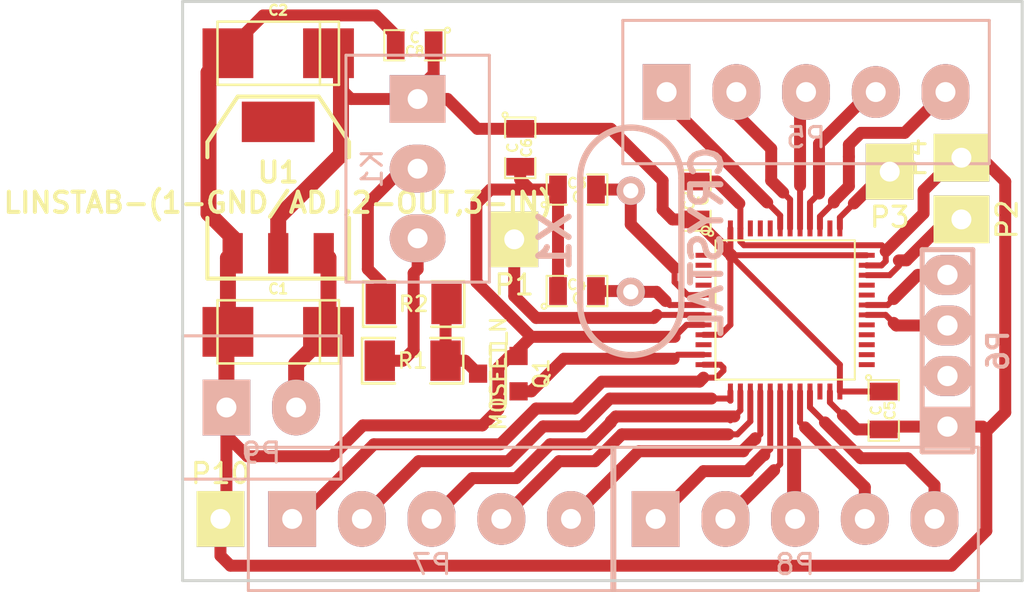
<source format=kicad_pcb>
(kicad_pcb (version 3) (host pcbnew "(2013-may-18)-stable")

  (general
    (links 58)
    (no_connects 0)
    (area 0 0 0 0)
    (thickness 1.6)
    (drawings 5)
    (tracks 277)
    (zones 0)
    (modules 25)
    (nets 30)
  )

  (page A3)
  (layers
    (15 F.Cu signal)
    (0 B.Cu signal)
    (16 B.Adhes user)
    (17 F.Adhes user)
    (18 B.Paste user)
    (19 F.Paste user)
    (20 B.SilkS user)
    (21 F.SilkS user)
    (22 B.Mask user)
    (23 F.Mask user)
    (24 Dwgs.User user)
    (25 Cmts.User user)
    (26 Eco1.User user)
    (27 Eco2.User user)
    (28 Edge.Cuts user)
  )

  (setup
    (last_trace_width 0.3)
    (trace_clearance 0.19)
    (zone_clearance 0.2)
    (zone_45_only no)
    (trace_min 0.254)
    (segment_width 0.2)
    (edge_width 0.15)
    (via_size 0.889)
    (via_drill 0.635)
    (via_min_size 0.889)
    (via_min_drill 0.508)
    (uvia_size 0.508)
    (uvia_drill 0.127)
    (uvias_allowed no)
    (uvia_min_size 0.508)
    (uvia_min_drill 0.127)
    (pcb_text_width 0.3)
    (pcb_text_size 1 1)
    (mod_edge_width 0.15)
    (mod_text_size 1 1)
    (mod_text_width 0.15)
    (pad_size 1 1)
    (pad_drill 0.6)
    (pad_to_mask_clearance 0)
    (aux_axis_origin 0 0)
    (visible_elements FFFFFFBF)
    (pcbplotparams
      (layerselection 3178497)
      (usegerberextensions true)
      (excludeedgelayer true)
      (linewidth 0.150000)
      (plotframeref false)
      (viasonmask false)
      (mode 1)
      (useauxorigin false)
      (hpglpennumber 1)
      (hpglpenspeed 20)
      (hpglpendiameter 15)
      (hpglpenoverlay 2)
      (psnegative false)
      (psa4output false)
      (plotreference true)
      (plotvalue true)
      (plotothertext true)
      (plotinvisibletext false)
      (padsonsilk false)
      (subtractmaskfromsilk false)
      (outputformat 1)
      (mirror false)
      (drillshape 1)
      (scaleselection 1)
      (outputdirectory ""))
  )

  (net 0 "")
  (net 1 +3.3V)
  (net 2 +BATT)
  (net 3 GND)
  (net 4 N-000001)
  (net 5 N-0000010)
  (net 6 N-0000013)
  (net 7 N-0000014)
  (net 8 N-0000015)
  (net 9 N-0000016)
  (net 10 N-0000017)
  (net 11 N-0000018)
  (net 12 N-0000019)
  (net 13 N-000002)
  (net 14 N-0000020)
  (net 15 N-0000021)
  (net 16 N-0000022)
  (net 17 N-0000023)
  (net 18 N-0000024)
  (net 19 N-0000026)
  (net 20 N-0000027)
  (net 21 N-0000028)
  (net 22 N-000003)
  (net 23 N-0000036)
  (net 24 N-0000037)
  (net 25 N-000004)
  (net 26 N-000005)
  (net 27 N-000006)
  (net 28 N-000007)
  (net 29 N-000008)

  (net_class Default "This is the default net class."
    (clearance 0.19)
    (trace_width 0.3)
    (via_dia 0.889)
    (via_drill 0.635)
    (uvia_dia 0.508)
    (uvia_drill 0.127)
    (add_net "")
    (add_net +3.3V)
    (add_net +BATT)
    (add_net GND)
    (add_net N-000001)
    (add_net N-0000010)
    (add_net N-0000013)
    (add_net N-0000014)
    (add_net N-0000015)
    (add_net N-0000016)
    (add_net N-0000017)
    (add_net N-0000018)
    (add_net N-0000019)
    (add_net N-000002)
    (add_net N-0000020)
    (add_net N-0000021)
    (add_net N-0000022)
    (add_net N-0000023)
    (add_net N-0000024)
    (add_net N-0000026)
    (add_net N-0000027)
    (add_net N-0000028)
    (add_net N-000003)
    (add_net N-0000036)
    (add_net N-0000037)
    (add_net N-000004)
    (add_net N-000005)
    (add_net N-000006)
    (add_net N-000007)
    (add_net N-000008)
  )

  (module SOT23GDS (layer F.Cu) (tedit 50911E03) (tstamp 54F18C66)
    (at 79.85 53.45 270)
    (descr "Module CMS SOT23 Transistore EBC")
    (tags "CMS SOT")
    (path /54EB5895)
    (attr smd)
    (fp_text reference Q1 (at 0 -2.159 270) (layer F.SilkS)
      (effects (font (size 0.762 0.762) (thickness 0.12954)))
    )
    (fp_text value MOSFET_N (at 0 0 270) (layer F.SilkS)
      (effects (font (size 0.762 0.762) (thickness 0.12954)))
    )
    (fp_line (start -1.524 -0.381) (end 1.524 -0.381) (layer F.SilkS) (width 0.11938))
    (fp_line (start 1.524 -0.381) (end 1.524 0.381) (layer F.SilkS) (width 0.11938))
    (fp_line (start 1.524 0.381) (end -1.524 0.381) (layer F.SilkS) (width 0.11938))
    (fp_line (start -1.524 0.381) (end -1.524 -0.381) (layer F.SilkS) (width 0.11938))
    (pad S smd rect (at -0.889 -1.016 270) (size 0.9144 0.9144)
      (layers F.Cu F.Paste F.Mask)
      (net 3 GND)
    )
    (pad G smd rect (at 0.889 -1.016 270) (size 0.9144 0.9144)
      (layers F.Cu F.Paste F.Mask)
      (net 25 N-000004)
    )
    (pad D smd rect (at 0 1.016 270) (size 0.9144 0.9144)
      (layers F.Cu F.Paste F.Mask)
      (net 4 N-000001)
    )
    (model smd/cms_sot23.wrl
      (at (xyz 0 0 0))
      (scale (xyz 0.13 0.15 0.15))
      (rotate (xyz 0 0 0))
    )
  )

  (module SOT223 (layer F.Cu) (tedit 200000) (tstamp 54F18C76)
    (at 68.8 44.1)
    (descr "module CMS SOT223 4 pins")
    (tags "CMS SOT")
    (path /54EB551D)
    (attr smd)
    (fp_text reference U1 (at 0 -0.762) (layer F.SilkS)
      (effects (font (size 1.016 1.016) (thickness 0.2032)))
    )
    (fp_text value "LINSTAB-(1-GND/ADJ,2-OUT,3-IN)" (at 0 0.762) (layer F.SilkS)
      (effects (font (size 1.016 1.016) (thickness 0.2032)))
    )
    (fp_line (start -3.556 1.524) (end -3.556 4.572) (layer F.SilkS) (width 0.2032))
    (fp_line (start -3.556 4.572) (end 3.556 4.572) (layer F.SilkS) (width 0.2032))
    (fp_line (start 3.556 4.572) (end 3.556 1.524) (layer F.SilkS) (width 0.2032))
    (fp_line (start -3.556 -1.524) (end -3.556 -2.286) (layer F.SilkS) (width 0.2032))
    (fp_line (start -3.556 -2.286) (end -2.032 -4.572) (layer F.SilkS) (width 0.2032))
    (fp_line (start -2.032 -4.572) (end 2.032 -4.572) (layer F.SilkS) (width 0.2032))
    (fp_line (start 2.032 -4.572) (end 3.556 -2.286) (layer F.SilkS) (width 0.2032))
    (fp_line (start 3.556 -2.286) (end 3.556 -1.524) (layer F.SilkS) (width 0.2032))
    (pad 4 smd rect (at 0 -3.302) (size 3.6576 2.032)
      (layers F.Cu F.Paste F.Mask)
    )
    (pad 2 smd rect (at 0 3.302) (size 1.016 2.032)
      (layers F.Cu F.Paste F.Mask)
      (net 1 +3.3V)
    )
    (pad 3 smd rect (at 2.286 3.302) (size 1.016 2.032)
      (layers F.Cu F.Paste F.Mask)
      (net 2 +BATT)
    )
    (pad 1 smd rect (at -2.286 3.302) (size 1.016 2.032)
      (layers F.Cu F.Paste F.Mask)
      (net 3 GND)
    )
    (model smd/SOT223.wrl
      (at (xyz 0 0 0))
      (scale (xyz 0.4 0.4 0.4))
      (rotate (xyz 0 0 0))
    )
  )

  (module SM1206 (layer F.Cu) (tedit 42806E24) (tstamp 54F18C82)
    (at 75.55 52.8)
    (path /54EB59D6)
    (attr smd)
    (fp_text reference R1 (at 0 0) (layer F.SilkS)
      (effects (font (size 0.762 0.762) (thickness 0.127)))
    )
    (fp_text value R (at 0 0) (layer F.SilkS) hide
      (effects (font (size 0.762 0.762) (thickness 0.127)))
    )
    (fp_line (start -2.54 -1.143) (end -2.54 1.143) (layer F.SilkS) (width 0.127))
    (fp_line (start -2.54 1.143) (end -0.889 1.143) (layer F.SilkS) (width 0.127))
    (fp_line (start 0.889 -1.143) (end 2.54 -1.143) (layer F.SilkS) (width 0.127))
    (fp_line (start 2.54 -1.143) (end 2.54 1.143) (layer F.SilkS) (width 0.127))
    (fp_line (start 2.54 1.143) (end 0.889 1.143) (layer F.SilkS) (width 0.127))
    (fp_line (start -0.889 -1.143) (end -2.54 -1.143) (layer F.SilkS) (width 0.127))
    (pad 1 smd rect (at -1.651 0) (size 1.524 2.032)
      (layers F.Cu F.Paste F.Mask)
      (net 22 N-000003)
    )
    (pad 2 smd rect (at 1.651 0) (size 1.524 2.032)
      (layers F.Cu F.Paste F.Mask)
      (net 4 N-000001)
    )
    (model smd/chip_cms.wrl
      (at (xyz 0 0 0))
      (scale (xyz 0.17 0.16 0.16))
      (rotate (xyz 0 0 0))
    )
  )

  (module SM1206 (layer F.Cu) (tedit 42806E24) (tstamp 54F18C8E)
    (at 75.6 49.95)
    (path /54EB58B3)
    (attr smd)
    (fp_text reference R2 (at 0 0) (layer F.SilkS)
      (effects (font (size 0.762 0.762) (thickness 0.127)))
    )
    (fp_text value R (at 0 0) (layer F.SilkS) hide
      (effects (font (size 0.762 0.762) (thickness 0.127)))
    )
    (fp_line (start -2.54 -1.143) (end -2.54 1.143) (layer F.SilkS) (width 0.127))
    (fp_line (start -2.54 1.143) (end -0.889 1.143) (layer F.SilkS) (width 0.127))
    (fp_line (start 0.889 -1.143) (end 2.54 -1.143) (layer F.SilkS) (width 0.127))
    (fp_line (start 2.54 -1.143) (end 2.54 1.143) (layer F.SilkS) (width 0.127))
    (fp_line (start 2.54 1.143) (end 0.889 1.143) (layer F.SilkS) (width 0.127))
    (fp_line (start -0.889 -1.143) (end -2.54 -1.143) (layer F.SilkS) (width 0.127))
    (pad 1 smd rect (at -1.651 0) (size 1.524 2.032)
      (layers F.Cu F.Paste F.Mask)
      (net 13 N-000002)
    )
    (pad 2 smd rect (at 1.651 0) (size 1.524 2.032)
      (layers F.Cu F.Paste F.Mask)
      (net 4 N-000001)
    )
    (model smd/chip_cms.wrl
      (at (xyz 0 0 0))
      (scale (xyz 0.17 0.16 0.16))
      (rotate (xyz 0 0 0))
    )
  )

  (module SM0805 (layer F.Cu) (tedit 5091495C) (tstamp 54F18C9B)
    (at 83.8 44.2)
    (path /54EB51A4)
    (attr smd)
    (fp_text reference C3 (at 0 -0.3175) (layer F.SilkS)
      (effects (font (size 0.50038 0.50038) (thickness 0.10922)))
    )
    (fp_text value C (at 0 0.381) (layer F.SilkS)
      (effects (font (size 0.50038 0.50038) (thickness 0.10922)))
    )
    (fp_circle (center -1.651 0.762) (end -1.651 0.635) (layer F.SilkS) (width 0.09906))
    (fp_line (start -0.508 0.762) (end -1.524 0.762) (layer F.SilkS) (width 0.09906))
    (fp_line (start -1.524 0.762) (end -1.524 -0.762) (layer F.SilkS) (width 0.09906))
    (fp_line (start -1.524 -0.762) (end -0.508 -0.762) (layer F.SilkS) (width 0.09906))
    (fp_line (start 0.508 -0.762) (end 1.524 -0.762) (layer F.SilkS) (width 0.09906))
    (fp_line (start 1.524 -0.762) (end 1.524 0.762) (layer F.SilkS) (width 0.09906))
    (fp_line (start 1.524 0.762) (end 0.508 0.762) (layer F.SilkS) (width 0.09906))
    (pad 1 smd rect (at -0.9525 0) (size 0.889 1.397)
      (layers F.Cu F.Paste F.Mask)
      (net 3 GND)
    )
    (pad 2 smd rect (at 0.9525 0) (size 0.889 1.397)
      (layers F.Cu F.Paste F.Mask)
      (net 24 N-0000037)
    )
    (model smd/chip_cms.wrl
      (at (xyz 0 0 0))
      (scale (xyz 0.1 0.1 0.1))
      (rotate (xyz 0 0 0))
    )
  )

  (module SM0805 (layer F.Cu) (tedit 5091495C) (tstamp 54F18CA8)
    (at 83.8 49.3)
    (path /54EB51F7)
    (attr smd)
    (fp_text reference C4 (at 0 -0.3175) (layer F.SilkS)
      (effects (font (size 0.50038 0.50038) (thickness 0.10922)))
    )
    (fp_text value C (at 0 0.381) (layer F.SilkS)
      (effects (font (size 0.50038 0.50038) (thickness 0.10922)))
    )
    (fp_circle (center -1.651 0.762) (end -1.651 0.635) (layer F.SilkS) (width 0.09906))
    (fp_line (start -0.508 0.762) (end -1.524 0.762) (layer F.SilkS) (width 0.09906))
    (fp_line (start -1.524 0.762) (end -1.524 -0.762) (layer F.SilkS) (width 0.09906))
    (fp_line (start -1.524 -0.762) (end -0.508 -0.762) (layer F.SilkS) (width 0.09906))
    (fp_line (start 0.508 -0.762) (end 1.524 -0.762) (layer F.SilkS) (width 0.09906))
    (fp_line (start 1.524 -0.762) (end 1.524 0.762) (layer F.SilkS) (width 0.09906))
    (fp_line (start 1.524 0.762) (end 0.508 0.762) (layer F.SilkS) (width 0.09906))
    (pad 1 smd rect (at -0.9525 0) (size 0.889 1.397)
      (layers F.Cu F.Paste F.Mask)
      (net 3 GND)
    )
    (pad 2 smd rect (at 0.9525 0) (size 0.889 1.397)
      (layers F.Cu F.Paste F.Mask)
      (net 23 N-0000036)
    )
    (model smd/chip_cms.wrl
      (at (xyz 0 0 0))
      (scale (xyz 0.1 0.1 0.1))
      (rotate (xyz 0 0 0))
    )
  )

  (module SM0805 (layer F.Cu) (tedit 5091495C) (tstamp 54F18CB5)
    (at 99.2 55.3 270)
    (path /54EB5256)
    (attr smd)
    (fp_text reference C5 (at 0 -0.3175 270) (layer F.SilkS)
      (effects (font (size 0.50038 0.50038) (thickness 0.10922)))
    )
    (fp_text value C (at 0 0.381 270) (layer F.SilkS)
      (effects (font (size 0.50038 0.50038) (thickness 0.10922)))
    )
    (fp_circle (center -1.651 0.762) (end -1.651 0.635) (layer F.SilkS) (width 0.09906))
    (fp_line (start -0.508 0.762) (end -1.524 0.762) (layer F.SilkS) (width 0.09906))
    (fp_line (start -1.524 0.762) (end -1.524 -0.762) (layer F.SilkS) (width 0.09906))
    (fp_line (start -1.524 -0.762) (end -0.508 -0.762) (layer F.SilkS) (width 0.09906))
    (fp_line (start 0.508 -0.762) (end 1.524 -0.762) (layer F.SilkS) (width 0.09906))
    (fp_line (start 1.524 -0.762) (end 1.524 0.762) (layer F.SilkS) (width 0.09906))
    (fp_line (start 1.524 0.762) (end 0.508 0.762) (layer F.SilkS) (width 0.09906))
    (pad 1 smd rect (at -0.9525 0 270) (size 0.889 1.397)
      (layers F.Cu F.Paste F.Mask)
      (net 1 +3.3V)
    )
    (pad 2 smd rect (at 0.9525 0 270) (size 0.889 1.397)
      (layers F.Cu F.Paste F.Mask)
      (net 3 GND)
    )
    (model smd/chip_cms.wrl
      (at (xyz 0 0 0))
      (scale (xyz 0.1 0.1 0.1))
      (rotate (xyz 0 0 0))
    )
  )

  (module SM0805 (layer F.Cu) (tedit 5091495C) (tstamp 54F18CC2)
    (at 80.95 42.1 270)
    (path /54EB526F)
    (attr smd)
    (fp_text reference C6 (at 0 -0.3175 270) (layer F.SilkS)
      (effects (font (size 0.50038 0.50038) (thickness 0.10922)))
    )
    (fp_text value C (at 0 0.381 270) (layer F.SilkS)
      (effects (font (size 0.50038 0.50038) (thickness 0.10922)))
    )
    (fp_circle (center -1.651 0.762) (end -1.651 0.635) (layer F.SilkS) (width 0.09906))
    (fp_line (start -0.508 0.762) (end -1.524 0.762) (layer F.SilkS) (width 0.09906))
    (fp_line (start -1.524 0.762) (end -1.524 -0.762) (layer F.SilkS) (width 0.09906))
    (fp_line (start -1.524 -0.762) (end -0.508 -0.762) (layer F.SilkS) (width 0.09906))
    (fp_line (start 0.508 -0.762) (end 1.524 -0.762) (layer F.SilkS) (width 0.09906))
    (fp_line (start 1.524 -0.762) (end 1.524 0.762) (layer F.SilkS) (width 0.09906))
    (fp_line (start 1.524 0.762) (end 0.508 0.762) (layer F.SilkS) (width 0.09906))
    (pad 1 smd rect (at -0.9525 0 270) (size 0.889 1.397)
      (layers F.Cu F.Paste F.Mask)
      (net 1 +3.3V)
    )
    (pad 2 smd rect (at 0.9525 0 270) (size 0.889 1.397)
      (layers F.Cu F.Paste F.Mask)
      (net 3 GND)
    )
    (model smd/chip_cms.wrl
      (at (xyz 0 0 0))
      (scale (xyz 0.1 0.1 0.1))
      (rotate (xyz 0 0 0))
    )
  )

  (module SM0805 (layer F.Cu) (tedit 5091495C) (tstamp 54F18CCF)
    (at 89.75 44.75 90)
    (path /54EB527E)
    (attr smd)
    (fp_text reference C7 (at 0 -0.3175 90) (layer F.SilkS)
      (effects (font (size 0.50038 0.50038) (thickness 0.10922)))
    )
    (fp_text value C (at 0 0.381 90) (layer F.SilkS)
      (effects (font (size 0.50038 0.50038) (thickness 0.10922)))
    )
    (fp_circle (center -1.651 0.762) (end -1.651 0.635) (layer F.SilkS) (width 0.09906))
    (fp_line (start -0.508 0.762) (end -1.524 0.762) (layer F.SilkS) (width 0.09906))
    (fp_line (start -1.524 0.762) (end -1.524 -0.762) (layer F.SilkS) (width 0.09906))
    (fp_line (start -1.524 -0.762) (end -0.508 -0.762) (layer F.SilkS) (width 0.09906))
    (fp_line (start 0.508 -0.762) (end 1.524 -0.762) (layer F.SilkS) (width 0.09906))
    (fp_line (start 1.524 -0.762) (end 1.524 0.762) (layer F.SilkS) (width 0.09906))
    (fp_line (start 1.524 0.762) (end 0.508 0.762) (layer F.SilkS) (width 0.09906))
    (pad 1 smd rect (at -0.9525 0 90) (size 0.889 1.397)
      (layers F.Cu F.Paste F.Mask)
      (net 1 +3.3V)
    )
    (pad 2 smd rect (at 0.9525 0 90) (size 0.889 1.397)
      (layers F.Cu F.Paste F.Mask)
      (net 3 GND)
    )
    (model smd/chip_cms.wrl
      (at (xyz 0 0 0))
      (scale (xyz 0.1 0.1 0.1))
      (rotate (xyz 0 0 0))
    )
  )

  (module SM0805 (layer F.Cu) (tedit 5091495C) (tstamp 54F18CDC)
    (at 75.65 36.95 180)
    (path /54EB528D)
    (attr smd)
    (fp_text reference C8 (at 0 -0.3175 180) (layer F.SilkS)
      (effects (font (size 0.50038 0.50038) (thickness 0.10922)))
    )
    (fp_text value C (at 0 0.381 180) (layer F.SilkS)
      (effects (font (size 0.50038 0.50038) (thickness 0.10922)))
    )
    (fp_circle (center -1.651 0.762) (end -1.651 0.635) (layer F.SilkS) (width 0.09906))
    (fp_line (start -0.508 0.762) (end -1.524 0.762) (layer F.SilkS) (width 0.09906))
    (fp_line (start -1.524 0.762) (end -1.524 -0.762) (layer F.SilkS) (width 0.09906))
    (fp_line (start -1.524 -0.762) (end -0.508 -0.762) (layer F.SilkS) (width 0.09906))
    (fp_line (start 0.508 -0.762) (end 1.524 -0.762) (layer F.SilkS) (width 0.09906))
    (fp_line (start 1.524 -0.762) (end 1.524 0.762) (layer F.SilkS) (width 0.09906))
    (fp_line (start 1.524 0.762) (end 0.508 0.762) (layer F.SilkS) (width 0.09906))
    (pad 1 smd rect (at -0.9525 0 180) (size 0.889 1.397)
      (layers F.Cu F.Paste F.Mask)
      (net 1 +3.3V)
    )
    (pad 2 smd rect (at 0.9525 0 180) (size 0.889 1.397)
      (layers F.Cu F.Paste F.Mask)
      (net 3 GND)
    )
    (model smd/chip_cms.wrl
      (at (xyz 0 0 0))
      (scale (xyz 0.1 0.1 0.1))
      (rotate (xyz 0 0 0))
    )
  )

  (module PIN_ARRAY_LARGE_PADS_3.5mm_5 (layer B.Cu) (tedit 54F0BDC8) (tstamp 54F18CE9)
    (at 94.75 60.75)
    (descr "Pin array 5x1 large pads")
    (tags "CONN DEV LARGE_PADS")
    (path /54F18395)
    (fp_text reference P8 (at 0 2.286) (layer B.SilkS)
      (effects (font (size 1.016 1.016) (thickness 0.1524)) (justify mirror))
    )
    (fp_text value CONN_5 (at 0 -2.286) (layer B.SilkS) hide
      (effects (font (size 1.016 1.016) (thickness 0.1524)) (justify mirror))
    )
    (fp_line (start -9.2 -3.6) (end -9.2 3.6) (layer B.SilkS) (width 0.15))
    (fp_line (start -9.2 3.6) (end 9.2 3.6) (layer B.SilkS) (width 0.15))
    (fp_line (start 9.2 3.6) (end 9.2 -3.6) (layer B.SilkS) (width 0.15))
    (fp_line (start 9.2 -3.6) (end -9.2 -3.6) (layer B.SilkS) (width 0.15))
    (pad 1 thru_hole rect (at -7 0) (size 2.4 2.8) (drill 1)
      (layers *.Cu *.Mask B.SilkS)
      (net 14 N-0000020)
    )
    (pad 2 thru_hole oval (at -3.5 0) (size 2.4 2.8) (drill 1)
      (layers *.Cu *.Mask B.SilkS)
      (net 12 N-0000019)
    )
    (pad 3 thru_hole oval (at 0 0) (size 2.4 2.8) (drill 1)
      (layers *.Cu *.Mask B.SilkS)
      (net 10 N-0000017)
    )
    (pad 4 thru_hole oval (at 3.5 0) (size 2.4 2.6) (drill 1)
      (layers *.Cu *.Mask B.SilkS)
      (net 21 N-0000028)
    )
    (pad 5 thru_hole oval (at 7 0) (size 2.4 2.8) (drill 1)
      (layers *.Cu *.Mask B.SilkS)
      (net 11 N-0000018)
    )
  )

  (module PIN_ARRAY_LARGE_PADS_3.5mm_5 (layer B.Cu) (tedit 54F0BDC8) (tstamp 54F18CF6)
    (at 76.5 60.75)
    (descr "Pin array 5x1 large pads")
    (tags "CONN DEV LARGE_PADS")
    (path /54F18386)
    (fp_text reference P7 (at 0 2.286) (layer B.SilkS)
      (effects (font (size 1.016 1.016) (thickness 0.1524)) (justify mirror))
    )
    (fp_text value CONN_5 (at 0 -2.286) (layer B.SilkS) hide
      (effects (font (size 1.016 1.016) (thickness 0.1524)) (justify mirror))
    )
    (fp_line (start -9.2 -3.6) (end -9.2 3.6) (layer B.SilkS) (width 0.15))
    (fp_line (start -9.2 3.6) (end 9.2 3.6) (layer B.SilkS) (width 0.15))
    (fp_line (start 9.2 3.6) (end 9.2 -3.6) (layer B.SilkS) (width 0.15))
    (fp_line (start 9.2 -3.6) (end -9.2 -3.6) (layer B.SilkS) (width 0.15))
    (pad 1 thru_hole rect (at -7 0) (size 2.4 2.8) (drill 1)
      (layers *.Cu *.Mask B.SilkS)
      (net 18 N-0000024)
    )
    (pad 2 thru_hole oval (at -3.5 0) (size 2.4 2.8) (drill 1)
      (layers *.Cu *.Mask B.SilkS)
      (net 19 N-0000026)
    )
    (pad 3 thru_hole oval (at 0 0) (size 2.4 2.8) (drill 1)
      (layers *.Cu *.Mask B.SilkS)
      (net 17 N-0000023)
    )
    (pad 4 thru_hole oval (at 3.5 0) (size 2.4 2.6) (drill 1)
      (layers *.Cu *.Mask B.SilkS)
      (net 16 N-0000022)
    )
    (pad 5 thru_hole oval (at 7 0) (size 2.4 2.8) (drill 1)
      (layers *.Cu *.Mask B.SilkS)
      (net 15 N-0000021)
    )
  )

  (module PIN_ARRAY_LARGE_PADS_3.5mm_5 (layer B.Cu) (tedit 54F0BDC8) (tstamp 54F18D03)
    (at 95.3 39.3)
    (descr "Pin array 5x1 large pads")
    (tags "CONN DEV LARGE_PADS")
    (path /54EB7C84)
    (fp_text reference P5 (at 0 2.286) (layer B.SilkS)
      (effects (font (size 1.016 1.016) (thickness 0.1524)) (justify mirror))
    )
    (fp_text value CONN_5 (at 0 -2.286) (layer B.SilkS) hide
      (effects (font (size 1.016 1.016) (thickness 0.1524)) (justify mirror))
    )
    (fp_line (start -9.2 -3.6) (end -9.2 3.6) (layer B.SilkS) (width 0.15))
    (fp_line (start -9.2 3.6) (end 9.2 3.6) (layer B.SilkS) (width 0.15))
    (fp_line (start 9.2 3.6) (end 9.2 -3.6) (layer B.SilkS) (width 0.15))
    (fp_line (start 9.2 -3.6) (end -9.2 -3.6) (layer B.SilkS) (width 0.15))
    (pad 1 thru_hole rect (at -7 0) (size 2.4 2.8) (drill 1)
      (layers *.Cu *.Mask B.SilkS)
      (net 20 N-0000027)
    )
    (pad 2 thru_hole oval (at -3.5 0) (size 2.4 2.8) (drill 1)
      (layers *.Cu *.Mask B.SilkS)
      (net 6 N-0000013)
    )
    (pad 3 thru_hole oval (at 0 0) (size 2.4 2.8) (drill 1)
      (layers *.Cu *.Mask B.SilkS)
      (net 27 N-000006)
    )
    (pad 4 thru_hole oval (at 3.5 0) (size 2.4 2.6) (drill 1)
      (layers *.Cu *.Mask B.SilkS)
      (net 28 N-000007)
    )
    (pad 5 thru_hole oval (at 7 0) (size 2.4 2.8) (drill 1)
      (layers *.Cu *.Mask B.SilkS)
      (net 29 N-000008)
    )
  )

  (module PIN_ARRAY_LARGE_PADS_3.5mm_3 (layer B.Cu) (tedit 54F0BED2) (tstamp 54F18D0E)
    (at 75.8 43.15 270)
    (descr "Pin array 3x1 large pads")
    (tags "CONN DEV LARGE_PADS")
    (path /54EB5A7F)
    (fp_text reference K1 (at 0 2.286 270) (layer B.SilkS)
      (effects (font (size 1.016 1.016) (thickness 0.1524)) (justify mirror))
    )
    (fp_text value CONN_3 (at 0 -2.286 270) (layer B.SilkS) hide
      (effects (font (size 1.016 1.016) (thickness 0.1524)) (justify mirror))
    )
    (fp_line (start -5.7 -3.6) (end 5.7 -3.6) (layer B.SilkS) (width 0.15))
    (fp_line (start -5.7 3.6) (end 5.7 3.6) (layer B.SilkS) (width 0.15))
    (fp_line (start 5.7 3.6) (end 5.7 -3.6) (layer B.SilkS) (width 0.15))
    (fp_line (start -5.7 -3.6) (end -5.7 3.6) (layer B.SilkS) (width 0.15))
    (pad 1 thru_hole rect (at -3.5 0 270) (size 2.4 2.8) (drill 1)
      (layers *.Cu *.Mask B.SilkS)
      (net 1 +3.3V)
    )
    (pad 2 thru_hole oval (at 0 0 270) (size 2.4 2.8) (drill 1)
      (layers *.Cu *.Mask B.SilkS)
      (net 13 N-000002)
    )
    (pad 3 thru_hole oval (at 3.5 0 270) (size 2.4 2.8) (drill 1)
      (layers *.Cu *.Mask B.SilkS)
      (net 22 N-000003)
    )
  )

  (module PIN_ARRAY_LARGE_PADS_3.5mm_2 (layer B.Cu) (tedit 54F0C222) (tstamp 54F18D18)
    (at 67.95 55.15)
    (descr "Pin array 2x1 large pads")
    (tags "CONN DEV LARGE_PADS")
    (path /54EB81AA)
    (fp_text reference P9 (at 0 2.286) (layer B.SilkS)
      (effects (font (size 1.016 1.016) (thickness 0.1524)) (justify mirror))
    )
    (fp_text value CONN_2 (at 0 -2.286) (layer B.SilkS) hide
      (effects (font (size 1.016 1.016) (thickness 0.1524)) (justify mirror))
    )
    (fp_line (start -3.95 -3.6) (end 4 -3.6) (layer B.SilkS) (width 0.15))
    (fp_line (start -3.95 3.6) (end 4 3.6) (layer B.SilkS) (width 0.15))
    (fp_line (start 4 3.6) (end 4 -3.6) (layer B.SilkS) (width 0.15))
    (fp_line (start -3.95 -3.6) (end -3.95 3.6) (layer B.SilkS) (width 0.15))
    (pad 1 thru_hole rect (at -1.75 0) (size 2.4 2.8) (drill 1)
      (layers *.Cu *.Mask B.SilkS)
      (net 3 GND)
    )
    (pad 2 thru_hole oval (at 1.75 0) (size 2.4 2.8) (drill 1)
      (layers *.Cu *.Mask B.SilkS)
      (net 2 +BATT)
    )
  )

  (module PIN_ARRAY_LARGE_PADS_3.5mm_1 (layer F.Cu) (tedit 54F18498) (tstamp 54F18D1D)
    (at 103.1 45.7 270)
    (descr "Pin array 1x1 large pads")
    (tags "CONN DEV LARGE_PADS")
    (path /54EB5758)
    (fp_text reference P2 (at 0 -2.286 270) (layer F.SilkS)
      (effects (font (size 1.016 1.016) (thickness 0.1524)))
    )
    (fp_text value CONN_1 (at 0 2.286 270) (layer F.SilkS) hide
      (effects (font (size 1.016 1.016) (thickness 0.1524)))
    )
    (pad 1 thru_hole rect (at 0 0 270) (size 2.4 2.8) (drill 1)
      (layers *.Cu *.Mask F.SilkS)
      (net 8 N-0000015)
    )
  )

  (module PIN_ARRAY_LARGE_PADS_3.5mm_1 (layer F.Cu) (tedit 54F18498) (tstamp 54F18D22)
    (at 103.1 42.6 90)
    (descr "Pin array 1x1 large pads")
    (tags "CONN DEV LARGE_PADS")
    (path /54EB5776)
    (fp_text reference P4 (at 0 -2.286 90) (layer F.SilkS)
      (effects (font (size 1.016 1.016) (thickness 0.1524)))
    )
    (fp_text value CONN_1 (at 0 2.286 90) (layer F.SilkS) hide
      (effects (font (size 1.016 1.016) (thickness 0.1524)))
    )
    (pad 1 thru_hole rect (at 0 0 90) (size 2.4 2.8) (drill 1)
      (layers *.Cu *.Mask F.SilkS)
      (net 3 GND)
    )
  )

  (module PIN_ARRAY_LARGE_PADS_3.5mm_1 (layer F.Cu) (tedit 54F18498) (tstamp 54F18D27)
    (at 99.5 43.3 180)
    (descr "Pin array 1x1 large pads")
    (tags "CONN DEV LARGE_PADS")
    (path /54EB5767)
    (fp_text reference P3 (at 0 -2.286 180) (layer F.SilkS)
      (effects (font (size 1.016 1.016) (thickness 0.1524)))
    )
    (fp_text value CONN_1 (at 0 2.286 180) (layer F.SilkS) hide
      (effects (font (size 1.016 1.016) (thickness 0.1524)))
    )
    (pad 1 thru_hole rect (at 0 0 180) (size 2.4 2.8) (drill 1)
      (layers *.Cu *.Mask F.SilkS)
      (net 9 N-0000016)
    )
  )

  (module PIN_ARRAY_LARGE_PADS_3.5mm_1 (layer F.Cu) (tedit 54F18498) (tstamp 54F18D2C)
    (at 80.65 46.7 180)
    (descr "Pin array 1x1 large pads")
    (tags "CONN DEV LARGE_PADS")
    (path /54EB5749)
    (fp_text reference P1 (at 0 -2.286 180) (layer F.SilkS)
      (effects (font (size 1.016 1.016) (thickness 0.1524)))
    )
    (fp_text value CONN_1 (at 0 2.286 180) (layer F.SilkS) hide
      (effects (font (size 1.016 1.016) (thickness 0.1524)))
    )
    (pad 1 thru_hole rect (at 0 0 180) (size 2.4 2.8) (drill 1)
      (layers *.Cu *.Mask F.SilkS)
      (net 7 N-0000014)
    )
  )

  (module PIN_ARRAY_LARGE_PADS_2.54mm_4 (layer B.Cu) (tedit 54F18636) (tstamp 54F1C569)
    (at 102.4 52.3 90)
    (descr "Double rangee de contacts 2 x 5 pins")
    (tags CONN)
    (path /54EB5B7F)
    (fp_text reference P6 (at 0 2.54 90) (layer B.SilkS)
      (effects (font (size 1.016 1.016) (thickness 0.2032)) (justify mirror))
    )
    (fp_text value CONN_4 (at 0 -2.54 90) (layer B.SilkS) hide
      (effects (font (size 1.016 1.016) (thickness 0.2032)) (justify mirror))
    )
    (fp_line (start 5.08 -1.27) (end -5.08 -1.27) (layer B.SilkS) (width 0.254))
    (fp_line (start 5.08 1.27) (end -5.08 1.27) (layer B.SilkS) (width 0.254))
    (fp_line (start -5.08 1.27) (end -5.08 -1.27) (layer B.SilkS) (width 0.254))
    (fp_line (start 5.08 -1.27) (end 5.08 1.27) (layer B.SilkS) (width 0.254))
    (pad 1 thru_hole rect (at -3.81 0 90) (size 2 2.5) (drill 1.016)
      (layers *.Cu *.Mask B.SilkS)
      (net 3 GND)
    )
    (pad 2 thru_hole oval (at -1.27 0 90) (size 2 2.5) (drill 1.016)
      (layers *.Cu *.Mask B.SilkS)
    )
    (pad 3 thru_hole oval (at 1.27 0 90) (size 2 2.5) (drill 1.016)
      (layers *.Cu *.Mask B.SilkS)
      (net 5 N-0000010)
    )
    (pad 4 thru_hole oval (at 3.81 0 90) (size 2 2.5) (drill 1.016)
      (layers *.Cu *.Mask B.SilkS)
      (net 26 N-000005)
    )
  )

  (module LQFP48 (layer F.Cu) (tedit 4C433D64) (tstamp 54F18D71)
    (at 94.25 50.25)
    (path /54EB514E)
    (attr smd)
    (fp_text reference U2 (at 0 -0.381) (layer Cmts.User)
      (effects (font (size 0.508 0.508) (thickness 0.1016)))
    )
    (fp_text value STM32F100CB (at 0 0.381) (layer Cmts.User) hide
      (effects (font (size 0.508 0.508) (thickness 0.1016)))
    )
    (fp_circle (center -3.99796 -3.99796) (end -3.99796 -4.19862) (layer F.SilkS) (width 0.09906))
    (fp_line (start -3.49758 -3.49758) (end -3.49758 3.49758) (layer F.SilkS) (width 0.09906))
    (fp_line (start -3.49758 3.49758) (end 3.49758 3.49758) (layer F.SilkS) (width 0.09906))
    (fp_line (start 3.49758 3.49758) (end 3.49758 -3.49758) (layer F.SilkS) (width 0.09906))
    (fp_line (start 3.49758 -3.49758) (end -3.49758 -3.49758) (layer F.SilkS) (width 0.09906))
    (pad 12 smd rect (at -4.09702 2.74828) (size 0.8001 0.24892)
      (layers F.Cu F.Paste F.Mask)
      (net 18 N-0000024)
    )
    (pad 11 smd rect (at -4.09702 2.2479) (size 0.8001 0.25146)
      (layers F.Cu F.Paste F.Mask)
      (net 25 N-000004)
    )
    (pad 10 smd rect (at -4.09702 1.74752) (size 0.8001 0.25146)
      (layers F.Cu F.Paste F.Mask)
    )
    (pad 9 smd rect (at -4.09702 1.24714) (size 0.8001 0.25146)
      (layers F.Cu F.Paste F.Mask)
      (net 1 +3.3V)
    )
    (pad 8 smd rect (at -4.09702 0.7493) (size 0.8001 0.24892)
      (layers F.Cu F.Paste F.Mask)
      (net 3 GND)
    )
    (pad 7 smd rect (at -4.09702 0.24892) (size 0.8001 0.24892)
      (layers F.Cu F.Paste F.Mask)
      (net 7 N-0000014)
    )
    (pad 6 smd rect (at -4.09702 -0.24892) (size 0.8001 0.24892)
      (layers F.Cu F.Paste F.Mask)
      (net 23 N-0000036)
    )
    (pad 5 smd rect (at -4.09702 -0.7493) (size 0.8001 0.24892)
      (layers F.Cu F.Paste F.Mask)
      (net 24 N-0000037)
    )
    (pad 4 smd rect (at -4.09702 -1.24714) (size 0.8001 0.25146)
      (layers F.Cu F.Paste F.Mask)
    )
    (pad 3 smd rect (at -4.09702 -1.74752) (size 0.8001 0.25146)
      (layers F.Cu F.Paste F.Mask)
    )
    (pad 2 smd rect (at -4.09702 -2.2479) (size 0.8001 0.25146)
      (layers F.Cu F.Paste F.Mask)
    )
    (pad 1 smd rect (at -4.09702 -2.74828) (size 0.8001 0.24892)
      (layers F.Cu F.Paste F.Mask)
    )
    (pad 48 smd rect (at -2.74828 -4.09702) (size 0.24892 0.8001)
      (layers F.Cu F.Paste F.Mask)
      (net 1 +3.3V)
    )
    (pad 47 smd rect (at -2.2479 -4.09702) (size 0.25146 0.8001)
      (layers F.Cu F.Paste F.Mask)
      (net 3 GND)
    )
    (pad 46 smd rect (at -1.74752 -4.09702) (size 0.25146 0.8001)
      (layers F.Cu F.Paste F.Mask)
    )
    (pad 45 smd rect (at -1.24714 -4.09702) (size 0.25146 0.8001)
      (layers F.Cu F.Paste F.Mask)
    )
    (pad 44 smd rect (at -0.7493 -4.09702) (size 0.24892 0.8001)
      (layers F.Cu F.Paste F.Mask)
    )
    (pad 43 smd rect (at -0.24892 -4.09702) (size 0.24892 0.8001)
      (layers F.Cu F.Paste F.Mask)
      (net 20 N-0000027)
    )
    (pad 42 smd rect (at 0.24892 -4.09702) (size 0.24892 0.8001)
      (layers F.Cu F.Paste F.Mask)
      (net 6 N-0000013)
    )
    (pad 41 smd rect (at 0.7493 -4.09702) (size 0.24892 0.8001)
      (layers F.Cu F.Paste F.Mask)
      (net 27 N-000006)
    )
    (pad 40 smd rect (at 1.24714 -4.09702) (size 0.25146 0.8001)
      (layers F.Cu F.Paste F.Mask)
      (net 28 N-000007)
    )
    (pad 39 smd rect (at 1.74752 -4.09702) (size 0.25146 0.8001)
      (layers F.Cu F.Paste F.Mask)
      (net 29 N-000008)
    )
    (pad 38 smd rect (at 2.2479 -4.09702) (size 0.25146 0.8001)
      (layers F.Cu F.Paste F.Mask)
    )
    (pad 37 smd rect (at 2.74828 -4.09702) (size 0.24892 0.8001)
      (layers F.Cu F.Paste F.Mask)
      (net 9 N-0000016)
    )
    (pad 25 smd rect (at 4.09702 2.74828) (size 0.8001 0.24892)
      (layers F.Cu F.Paste F.Mask)
    )
    (pad 26 smd rect (at 4.09702 2.2479) (size 0.8001 0.25146)
      (layers F.Cu F.Paste F.Mask)
    )
    (pad 27 smd rect (at 4.09702 1.74752) (size 0.8001 0.25146)
      (layers F.Cu F.Paste F.Mask)
    )
    (pad 28 smd rect (at 4.09702 1.24714) (size 0.8001 0.25146)
      (layers F.Cu F.Paste F.Mask)
    )
    (pad 29 smd rect (at 4.09702 0.7493) (size 0.8001 0.24892)
      (layers F.Cu F.Paste F.Mask)
    )
    (pad 30 smd rect (at 4.09702 0.24892) (size 0.8001 0.24892)
      (layers F.Cu F.Paste F.Mask)
      (net 5 N-0000010)
    )
    (pad 31 smd rect (at 4.09702 -0.24892) (size 0.8001 0.24892)
      (layers F.Cu F.Paste F.Mask)
      (net 26 N-000005)
    )
    (pad 32 smd rect (at 4.09702 -0.7493) (size 0.8001 0.24892)
      (layers F.Cu F.Paste F.Mask)
    )
    (pad 33 smd rect (at 4.09702 -1.24714) (size 0.8001 0.25146)
      (layers F.Cu F.Paste F.Mask)
    )
    (pad 34 smd rect (at 4.09702 -1.74752) (size 0.8001 0.25146)
      (layers F.Cu F.Paste F.Mask)
      (net 8 N-0000015)
    )
    (pad 35 smd rect (at 4.09702 -2.2479) (size 0.8001 0.25146)
      (layers F.Cu F.Paste F.Mask)
      (net 3 GND)
    )
    (pad 36 smd rect (at 4.09702 -2.74828) (size 0.8001 0.24892)
      (layers F.Cu F.Paste F.Mask)
      (net 1 +3.3V)
    )
    (pad 13 smd rect (at -2.74828 4.09702) (size 0.24892 0.8001)
      (layers F.Cu F.Paste F.Mask)
      (net 19 N-0000026)
    )
    (pad 14 smd rect (at -2.2479 4.09702) (size 0.25146 0.8001)
      (layers F.Cu F.Paste F.Mask)
      (net 17 N-0000023)
    )
    (pad 15 smd rect (at -1.74752 4.09702) (size 0.25146 0.8001)
      (layers F.Cu F.Paste F.Mask)
      (net 16 N-0000022)
    )
    (pad 16 smd rect (at -1.24714 4.09702) (size 0.25146 0.8001)
      (layers F.Cu F.Paste F.Mask)
      (net 15 N-0000021)
    )
    (pad 17 smd rect (at -0.7493 4.09702) (size 0.24892 0.8001)
      (layers F.Cu F.Paste F.Mask)
      (net 14 N-0000020)
    )
    (pad 18 smd rect (at -0.24892 4.09702) (size 0.24892 0.8001)
      (layers F.Cu F.Paste F.Mask)
      (net 12 N-0000019)
    )
    (pad 19 smd rect (at 0.24892 4.09702) (size 0.24892 0.8001)
      (layers F.Cu F.Paste F.Mask)
      (net 10 N-0000017)
    )
    (pad 20 smd rect (at 0.7493 4.09702) (size 0.24892 0.8001)
      (layers F.Cu F.Paste F.Mask)
      (net 21 N-0000028)
    )
    (pad 21 smd rect (at 1.24714 4.09702) (size 0.25146 0.8001)
      (layers F.Cu F.Paste F.Mask)
      (net 11 N-0000018)
    )
    (pad 22 smd rect (at 1.74752 4.09702) (size 0.25146 0.8001)
      (layers F.Cu F.Paste F.Mask)
    )
    (pad 23 smd rect (at 2.2479 4.09702) (size 0.25146 0.8001)
      (layers F.Cu F.Paste F.Mask)
      (net 3 GND)
    )
    (pad 24 smd rect (at 2.74828 4.09702) (size 0.24892 0.8001)
      (layers F.Cu F.Paste F.Mask)
      (net 1 +3.3V)
    )
  )

  (module HC-49V (layer B.Cu) (tedit 4C5EC450) (tstamp 54F18D7D)
    (at 86.5 46.8 270)
    (descr "Quartz boitier HC-49 Vertical")
    (tags "QUARTZ DEV")
    (path /54EB5178)
    (autoplace_cost180 10)
    (fp_text reference X1 (at 0 3.81 270) (layer B.SilkS)
      (effects (font (size 1.524 1.524) (thickness 0.3048)) (justify mirror))
    )
    (fp_text value CRYSTAL (at 0 -3.81 270) (layer B.SilkS)
      (effects (font (size 1.524 1.524) (thickness 0.3048)) (justify mirror))
    )
    (fp_line (start -3.175 -2.54) (end 3.175 -2.54) (layer B.SilkS) (width 0.3175))
    (fp_line (start -3.175 2.54) (end 3.175 2.54) (layer B.SilkS) (width 0.3175))
    (fp_arc (start 3.175 0) (end 3.175 2.54) (angle -90) (layer B.SilkS) (width 0.3175))
    (fp_arc (start 3.175 0) (end 5.715 0) (angle -90) (layer B.SilkS) (width 0.3175))
    (fp_arc (start -3.175 0) (end -5.715 0) (angle -90) (layer B.SilkS) (width 0.3175))
    (fp_arc (start -3.175 0) (end -3.175 -2.54) (angle -90) (layer B.SilkS) (width 0.3175))
    (pad 1 thru_hole circle (at -2.54 0 270) (size 1.4224 1.4224) (drill 0.762)
      (layers *.Cu *.Mask B.SilkS)
      (net 24 N-0000037)
    )
    (pad 2 thru_hole circle (at 2.54 0 270) (size 1.4224 1.4224) (drill 0.762)
      (layers *.Cu *.Mask B.SilkS)
      (net 23 N-0000036)
    )
    (model discret/xtal/crystal_hc18u_vertical.wrl
      (at (xyz 0 0 0))
      (scale (xyz 1 1 0.2))
      (rotate (xyz 0 0 0))
    )
  )

  (module c_tant_C (layer F.Cu) (tedit 4D5D91B9) (tstamp 54F18D88)
    (at 68.8 37.35)
    (descr "SMT capacitor, tantalum size C")
    (path /54EB561A)
    (fp_text reference C2 (at 0 -2.159) (layer F.SilkS)
      (effects (font (size 0.50038 0.50038) (thickness 0.11938)))
    )
    (fp_text value CP1 (at 0 2.0955) (layer F.SilkS) hide
      (effects (font (size 0.50038 0.50038) (thickness 0.11938)))
    )
    (fp_line (start 2.0955 -1.5875) (end 2.0955 1.5875) (layer F.SilkS) (width 0.127))
    (fp_line (start -3.048 -1.5875) (end -3.048 1.5875) (layer F.SilkS) (width 0.127))
    (fp_line (start -3.048 1.5875) (end 3.048 1.5875) (layer F.SilkS) (width 0.127))
    (fp_line (start 3.048 1.5875) (end 3.048 -1.5875) (layer F.SilkS) (width 0.127))
    (fp_line (start 3.048 -1.5875) (end -3.048 -1.5875) (layer F.SilkS) (width 0.127))
    (pad 1 smd rect (at 2.52476 0) (size 2.55016 2.49936)
      (layers F.Cu F.Paste F.Mask)
      (net 1 +3.3V)
    )
    (pad 2 smd rect (at -2.52476 0) (size 2.55016 2.49936)
      (layers F.Cu F.Paste F.Mask)
      (net 3 GND)
    )
    (model smd/capacitors/c_tant_C.wrl
      (at (xyz 0 0 0))
      (scale (xyz 1 1 1))
      (rotate (xyz 0 0 0))
    )
  )

  (module c_tant_C (layer F.Cu) (tedit 4D5D91B9) (tstamp 54F18D93)
    (at 68.8 51.35)
    (descr "SMT capacitor, tantalum size C")
    (path /54EB560B)
    (fp_text reference C1 (at 0 -2.159) (layer F.SilkS)
      (effects (font (size 0.50038 0.50038) (thickness 0.11938)))
    )
    (fp_text value CP1 (at 0 2.0955) (layer F.SilkS) hide
      (effects (font (size 0.50038 0.50038) (thickness 0.11938)))
    )
    (fp_line (start 2.0955 -1.5875) (end 2.0955 1.5875) (layer F.SilkS) (width 0.127))
    (fp_line (start -3.048 -1.5875) (end -3.048 1.5875) (layer F.SilkS) (width 0.127))
    (fp_line (start -3.048 1.5875) (end 3.048 1.5875) (layer F.SilkS) (width 0.127))
    (fp_line (start 3.048 1.5875) (end 3.048 -1.5875) (layer F.SilkS) (width 0.127))
    (fp_line (start 3.048 -1.5875) (end -3.048 -1.5875) (layer F.SilkS) (width 0.127))
    (pad 1 smd rect (at 2.52476 0) (size 2.55016 2.49936)
      (layers F.Cu F.Paste F.Mask)
      (net 2 +BATT)
    )
    (pad 2 smd rect (at -2.52476 0) (size 2.55016 2.49936)
      (layers F.Cu F.Paste F.Mask)
      (net 3 GND)
    )
    (model smd/capacitors/c_tant_C.wrl
      (at (xyz 0 0 0))
      (scale (xyz 1 1 1))
      (rotate (xyz 0 0 0))
    )
  )

  (module PIN_ARRAY_LARGE_PADS_3.5mm_1 (layer F.Cu) (tedit 54F18498) (tstamp 54F1C6F8)
    (at 65.9 60.75)
    (descr "Pin array 1x1 large pads")
    (tags "CONN DEV LARGE_PADS")
    (path /54F1C7CE)
    (fp_text reference P10 (at 0 -2.286) (layer F.SilkS)
      (effects (font (size 1.016 1.016) (thickness 0.1524)))
    )
    (fp_text value CONN_1 (at 0 2.286) (layer F.SilkS) hide
      (effects (font (size 1.016 1.016) (thickness 0.1524)))
    )
    (pad 1 thru_hole rect (at 0 0) (size 2.4 2.8) (drill 1)
      (layers *.Cu *.Mask F.SilkS)
      (net 3 GND)
    )
  )

  (gr_line (start 64 34.75) (end 64.45 34.75) (angle 90) (layer Edge.Cuts) (width 0.15))
  (gr_line (start 64 63.85) (end 64 34.75) (angle 90) (layer Edge.Cuts) (width 0.15))
  (gr_line (start 106.15 63.85) (end 64 63.85) (angle 90) (layer Edge.Cuts) (width 0.15))
  (gr_line (start 106.15 34.75) (end 106.15 63.85) (angle 90) (layer Edge.Cuts) (width 0.15))
  (gr_line (start 64.45 34.75) (end 106.15 34.75) (angle 90) (layer Edge.Cuts) (width 0.15))

  (segment (start 80.95 41.1475) (end 85.4975 41.1475) (width 0.6) (layer F.Cu) (net 1) (status 400000))
  (segment (start 88.6025 45.7025) (end 89.75 45.7025) (width 0.6) (layer F.Cu) (net 1) (tstamp 54F1C8DE) (status 800000))
  (segment (start 88.1 45.2) (end 88.6025 45.7025) (width 0.6) (layer F.Cu) (net 1) (tstamp 54F1C8DD))
  (segment (start 88.1 43.75) (end 88.1 45.2) (width 0.6) (layer F.Cu) (net 1) (tstamp 54F1C8DC))
  (segment (start 85.4975 41.1475) (end 88.1 43.75) (width 0.6) (layer F.Cu) (net 1) (tstamp 54F1C8DA))
  (segment (start 75.8 39.65) (end 77.3 39.65) (width 0.6) (layer F.Cu) (net 1) (status 400000))
  (segment (start 78.7975 41.1475) (end 80.95 41.1475) (width 0.6) (layer F.Cu) (net 1) (tstamp 54F1C8D7) (status 800000))
  (segment (start 77.3 39.65) (end 78.7975 41.1475) (width 0.6) (layer F.Cu) (net 1) (tstamp 54F1C8D6))
  (segment (start 75.8 39.65) (end 75.8 39.2) (width 0.6) (layer F.Cu) (net 1))
  (segment (start 76.6025 38.3975) (end 76.6025 36.95) (width 0.6) (layer F.Cu) (net 1) (tstamp 54F1C8AC))
  (segment (start 75.8 39.2) (end 76.6025 38.3975) (width 0.6) (layer F.Cu) (net 1) (tstamp 54F1C8AB))
  (segment (start 75.8 39.65) (end 72.45 39.65) (width 0.6) (layer F.Cu) (net 1))
  (segment (start 72.45 39.65) (end 71.95 39.15) (width 0.6) (layer F.Cu) (net 1) (tstamp 54F1C898))
  (segment (start 68.8 47.402) (end 68.8 45.6) (width 0.8) (layer F.Cu) (net 1))
  (segment (start 71.95 37.97524) (end 71.32476 37.35) (width 0.8) (layer F.Cu) (net 1) (tstamp 54F1C5BA))
  (segment (start 71.95 42.45) (end 71.95 39.15) (width 0.8) (layer F.Cu) (net 1) (tstamp 54F1C5B9))
  (segment (start 71.95 39.15) (end 71.95 37.97524) (width 0.8) (layer F.Cu) (net 1) (tstamp 54F1C89C))
  (segment (start 68.8 45.6) (end 71.95 42.45) (width 0.8) (layer F.Cu) (net 1) (tstamp 54F1C5B8))
  (segment (start 91.55 47.55) (end 91.55 47.5025) (width 0.6) (layer F.Cu) (net 1))
  (segment (start 91.55 47.5025) (end 89.75 45.7025) (width 0.6) (layer F.Cu) (net 1) (tstamp 54F1C2DA))
  (segment (start 96.99828 54.34702) (end 99.19952 54.34702) (width 0.3) (layer F.Cu) (net 1))
  (segment (start 99.19952 54.34702) (end 99.2 54.3475) (width 0.3) (layer F.Cu) (net 1) (tstamp 54F1C22C))
  (segment (start 96.99828 54.34702) (end 96.99828 52.99828) (width 0.3) (layer F.Cu) (net 1))
  (segment (start 96.99828 52.99828) (end 91.55 47.55) (width 0.3) (layer F.Cu) (net 1) (tstamp 54F1C20B))
  (segment (start 91.55 47.55) (end 91.50172 47.50172) (width 0.3) (layer F.Cu) (net 1) (tstamp 54F1C2D8))
  (segment (start 98.34702 47.50172) (end 91.50172 47.50172) (width 0.3) (layer F.Cu) (net 1))
  (segment (start 91.5 47.5) (end 91.50172 47.5) (width 0.3) (layer F.Cu) (net 1) (tstamp 54F1C203))
  (segment (start 91.50172 47.50172) (end 91.5 47.5) (width 0.3) (layer F.Cu) (net 1) (tstamp 54F1C201))
  (segment (start 91.50172 46.15298) (end 91.50172 47.5) (width 0.3) (layer F.Cu) (net 1))
  (segment (start 91.50172 47.5) (end 91.50172 50.99828) (width 0.3) (layer F.Cu) (net 1) (tstamp 54F1C204))
  (segment (start 91.00286 51.49714) (end 90.15298 51.49714) (width 0.3) (layer F.Cu) (net 1) (tstamp 54F1C1FD))
  (segment (start 91.50172 50.99828) (end 91.00286 51.49714) (width 0.3) (layer F.Cu) (net 1) (tstamp 54F1C1FC))
  (segment (start 71.32476 51.35) (end 71.32476 47.64076) (width 0.8) (layer F.Cu) (net 2))
  (segment (start 71.32476 47.64076) (end 71.086 47.402) (width 0.8) (layer F.Cu) (net 2) (tstamp 54F1C5B5))
  (segment (start 69.7 55.15) (end 69.7 52.97476) (width 0.8) (layer F.Cu) (net 2))
  (segment (start 69.7 52.97476) (end 71.32476 51.35) (width 0.8) (layer F.Cu) (net 2) (tstamp 54F1C5B2))
  (segment (start 80.95 43.0525) (end 80.95 43.7) (width 0.6) (layer F.Cu) (net 3) (status 400000))
  (segment (start 81.45 44.2) (end 81.05 44.2) (width 0.6) (layer F.Cu) (net 3) (tstamp 54F1C8D1))
  (segment (start 80.95 43.7) (end 81.45 44.2) (width 0.6) (layer F.Cu) (net 3) (tstamp 54F1C8D0))
  (segment (start 66.27524 37.35) (end 66.27524 37.22476) (width 0.6) (layer F.Cu) (net 3))
  (segment (start 74.6975 36.4475) (end 74.6975 36.95) (width 0.6) (layer F.Cu) (net 3) (tstamp 54F1C8B2))
  (segment (start 73.7 35.45) (end 74.6975 36.4475) (width 0.6) (layer F.Cu) (net 3) (tstamp 54F1C8B1))
  (segment (start 68.05 35.45) (end 73.7 35.45) (width 0.6) (layer F.Cu) (net 3) (tstamp 54F1C8B0))
  (segment (start 66.27524 37.22476) (end 68.05 35.45) (width 0.6) (layer F.Cu) (net 3) (tstamp 54F1C8AF))
  (segment (start 103.1 42.6) (end 104.1 42.6) (width 0.6) (layer F.Cu) (net 3))
  (segment (start 105.3 55.4) (end 104.35 56.35) (width 0.6) (layer F.Cu) (net 3) (tstamp 54F1C892))
  (segment (start 105.3 43.8) (end 105.3 55.4) (width 0.6) (layer F.Cu) (net 3) (tstamp 54F1C891))
  (segment (start 104.1 42.6) (end 105.3 43.8) (width 0.6) (layer F.Cu) (net 3) (tstamp 54F1C890))
  (segment (start 103.1 42.6) (end 102.85 42.6) (width 0.6) (layer F.Cu) (net 3))
  (segment (start 101.2 45.4) (end 99.3 47.3) (width 0.6) (layer F.Cu) (net 3) (tstamp 54F1C889))
  (segment (start 101.2 44.25) (end 101.2 45.4) (width 0.6) (layer F.Cu) (net 3) (tstamp 54F1C888))
  (segment (start 102.85 42.6) (end 101.2 44.25) (width 0.6) (layer F.Cu) (net 3) (tstamp 54F1C887))
  (segment (start 65.9 60.75) (end 65.9 62.6) (width 0.6) (layer F.Cu) (net 3))
  (segment (start 104.35 61.35) (end 104.35 56.35) (width 0.6) (layer F.Cu) (net 3) (tstamp 54F1C813))
  (segment (start 102.6 63.1) (end 104.35 61.35) (width 0.6) (layer F.Cu) (net 3) (tstamp 54F1C811))
  (segment (start 66.4 63.1) (end 102.6 63.1) (width 0.6) (layer F.Cu) (net 3) (tstamp 54F1C80F))
  (segment (start 65.9 62.6) (end 66.4 63.1) (width 0.6) (layer F.Cu) (net 3) (tstamp 54F1C80E))
  (segment (start 104.35 56.35) (end 104.35 56.3) (width 0.6) (layer F.Cu) (net 3) (tstamp 54F1C895))
  (segment (start 104.35 56.3) (end 104.16 56.11) (width 0.6) (layer F.Cu) (net 3) (tstamp 54F1C81C))
  (segment (start 104.16 56.11) (end 102.4 56.11) (width 0.6) (layer F.Cu) (net 3) (tstamp 54F1C81E))
  (segment (start 66.2 55.15) (end 66.2 60.45) (width 0.6) (layer F.Cu) (net 3))
  (segment (start 66.2 60.45) (end 65.9 60.75) (width 0.6) (layer F.Cu) (net 3) (tstamp 54F1C80B))
  (segment (start 80.866 52.561) (end 80.866 52.234) (width 0.6) (layer F.Cu) (net 3))
  (segment (start 80.866 52.234) (end 81.5 51.6) (width 0.6) (layer F.Cu) (net 3) (tstamp 54F1C6AC))
  (segment (start 80.866 52.561) (end 80.439 52.561) (width 0.6) (layer F.Cu) (net 3))
  (segment (start 66.2 56.55) (end 66.2 55.15) (width 0.6) (layer F.Cu) (net 3) (tstamp 54F1C6A9))
  (segment (start 67.25 57.6) (end 66.2 56.55) (width 0.6) (layer F.Cu) (net 3) (tstamp 54F1C6A8))
  (segment (start 71.5 57.6) (end 67.25 57.6) (width 0.6) (layer F.Cu) (net 3) (tstamp 54F1C6A7))
  (segment (start 73.05 56.05) (end 71.5 57.6) (width 0.6) (layer F.Cu) (net 3) (tstamp 54F1C6A6))
  (segment (start 79.05 56.05) (end 73.05 56.05) (width 0.6) (layer F.Cu) (net 3) (tstamp 54F1C6A5))
  (segment (start 79.85 55.25) (end 79.05 56.05) (width 0.6) (layer F.Cu) (net 3) (tstamp 54F1C6A4))
  (segment (start 79.85 53.15) (end 79.85 55.25) (width 0.6) (layer F.Cu) (net 3) (tstamp 54F1C6A3))
  (segment (start 80.439 52.561) (end 79.85 53.15) (width 0.6) (layer F.Cu) (net 3) (tstamp 54F1C6A2))
  (segment (start 82.8475 44.2) (end 81.05 44.2) (width 0.6) (layer F.Cu) (net 3))
  (segment (start 81.05 44.2) (end 79.45 44.2) (width 0.6) (layer F.Cu) (net 3) (tstamp 54F1C8D4))
  (segment (start 79.45 44.2) (end 78.75 44.9) (width 0.6) (layer F.Cu) (net 3) (tstamp 54F1C67C))
  (segment (start 78.75 44.9) (end 78.75 48.85) (width 0.6) (layer F.Cu) (net 3) (tstamp 54F1C67D))
  (segment (start 78.75 48.85) (end 81.5 51.6) (width 0.6) (layer F.Cu) (net 3) (tstamp 54F1C67E))
  (segment (start 89.3007 50.9993) (end 88.7 51.6) (width 0.3) (layer F.Cu) (net 3) (tstamp 54F1C665))
  (segment (start 81.5 51.6) (end 88.7 51.6) (width 0.6) (layer F.Cu) (net 3) (tstamp 54F1C680))
  (segment (start 89.3007 50.9993) (end 90.15298 50.9993) (width 0.3) (layer F.Cu) (net 3))
  (segment (start 66.514 47.402) (end 66.514 46.614) (width 0.8) (layer F.Cu) (net 3))
  (segment (start 65.3 38.32524) (end 66.27524 37.35) (width 0.8) (layer F.Cu) (net 3) (tstamp 54F1C5AF))
  (segment (start 65.3 45.4) (end 65.3 38.32524) (width 0.8) (layer F.Cu) (net 3) (tstamp 54F1C5AE))
  (segment (start 66.514 46.614) (end 65.3 45.4) (width 0.8) (layer F.Cu) (net 3) (tstamp 54F1C5AD))
  (segment (start 66.27524 51.35) (end 66.27524 47.64076) (width 0.8) (layer F.Cu) (net 3))
  (segment (start 66.27524 47.64076) (end 66.514 47.402) (width 0.8) (layer F.Cu) (net 3) (tstamp 54F1C5AA))
  (segment (start 66.2 55.15) (end 66.2 51.42524) (width 0.8) (layer F.Cu) (net 3))
  (segment (start 66.2 51.42524) (end 66.27524 51.35) (width 0.8) (layer F.Cu) (net 3) (tstamp 54F1C5A7))
  (segment (start 99.2 56.2525) (end 97.8525 56.2525) (width 0.6) (layer F.Cu) (net 3))
  (segment (start 97.8525 56.2525) (end 97.15 55.55) (width 0.6) (layer F.Cu) (net 3) (tstamp 54F1C466))
  (segment (start 96.4979 54.34702) (end 96.4979 54.8979) (width 0.3) (layer F.Cu) (net 3))
  (segment (start 96.4979 54.8979) (end 97.15 55.55) (width 0.3) (layer F.Cu) (net 3) (tstamp 54F1C40F))
  (segment (start 97.15 55.55) (end 97.8525 56.2525) (width 0.3) (layer F.Cu) (net 3) (tstamp 54F1C469))
  (segment (start 92.0021 46.15298) (end 92.0021 44.9521) (width 0.3) (layer F.Cu) (net 3))
  (segment (start 90.8475 43.7975) (end 91.95 44.9) (width 0.6) (layer F.Cu) (net 3) (tstamp 54F1C3CD))
  (segment (start 90.8475 43.7975) (end 89.75 43.7975) (width 0.6) (layer F.Cu) (net 3))
  (segment (start 92.0021 44.9521) (end 91.95 44.9) (width 0.3) (layer F.Cu) (net 3) (tstamp 54F1C3D0))
  (segment (start 82.8475 44.2) (end 82.8475 49.3) (width 0.6) (layer F.Cu) (net 3))
  (segment (start 102.4 56.11) (end 99.3425 56.11) (width 0.6) (layer F.Cu) (net 3))
  (segment (start 99.3425 56.11) (end 99.2 56.2525) (width 0.6) (layer F.Cu) (net 3) (tstamp 54F1C2C4))
  (segment (start 92.0021 46.15298) (end 92.0021 46.813818) (width 0.3) (layer F.Cu) (net 3))
  (segment (start 98.34702 48.012478) (end 98.34702 48.0021) (width 0.3) (layer F.Cu) (net 3) (tstamp 54F1C29B))
  (segment (start 99.087522 48.012478) (end 98.34702 48.012478) (width 0.3) (layer F.Cu) (net 3) (tstamp 54F1C299))
  (segment (start 99.3 47.8) (end 99.087522 48.012478) (width 0.3) (layer F.Cu) (net 3) (tstamp 54F1C298))
  (segment (start 99.3 47.2) (end 99.3 47.3) (width 0.3) (layer F.Cu) (net 3) (tstamp 54F1C297))
  (segment (start 99.3 47.3) (end 99.3 47.8) (width 0.3) (layer F.Cu) (net 3) (tstamp 54F1C821))
  (segment (start 99.1 47) (end 99.3 47.2) (width 0.3) (layer F.Cu) (net 3) (tstamp 54F1C296))
  (segment (start 92.188282 47) (end 99.1 47) (width 0.3) (layer F.Cu) (net 3) (tstamp 54F1C295))
  (segment (start 92.0021 46.813818) (end 92.188282 47) (width 0.3) (layer F.Cu) (net 3) (tstamp 54F1C294))
  (segment (start 77.201 52.8) (end 77.201 50) (width 0.6) (layer F.Cu) (net 4))
  (segment (start 77.201 50) (end 77.251 49.95) (width 0.6) (layer F.Cu) (net 4) (tstamp 54F1C692))
  (segment (start 77.201 52.8) (end 78.184 52.8) (width 0.6) (layer F.Cu) (net 4))
  (segment (start 78.184 52.8) (end 78.834 53.45) (width 0.6) (layer F.Cu) (net 4) (tstamp 54F1C68F))
  (segment (start 102.4 51.03) (end 99.83 51.03) (width 0.6) (layer F.Cu) (net 5))
  (segment (start 99.29892 50.49892) (end 99.7 50.9) (width 0.3) (layer F.Cu) (net 5) (tstamp 54F1C290))
  (segment (start 99.29892 50.49892) (end 98.34702 50.49892) (width 0.3) (layer F.Cu) (net 5))
  (segment (start 99.83 51.03) (end 99.7 50.9) (width 0.6) (layer F.Cu) (net 5) (tstamp 54F1C2C1))
  (segment (start 91.8 39.3) (end 91.8 40.4) (width 0.6) (layer F.Cu) (net 6))
  (segment (start 94.49892 44.69892) (end 94.15 44.35) (width 0.3) (layer F.Cu) (net 6) (tstamp 54F1C3DC))
  (segment (start 94.49892 44.69892) (end 94.49892 46.15298) (width 0.3) (layer F.Cu) (net 6))
  (segment (start 93.55 43.75) (end 94.15 44.35) (width 0.6) (layer F.Cu) (net 6) (tstamp 54F1C408))
  (segment (start 93.55 42.15) (end 93.55 43.75) (width 0.6) (layer F.Cu) (net 6) (tstamp 54F1C407))
  (segment (start 91.8 40.4) (end 93.55 42.15) (width 0.6) (layer F.Cu) (net 6) (tstamp 54F1C406))
  (segment (start 80.65 46.7) (end 80.65 49.55) (width 0.6) (layer F.Cu) (net 7))
  (segment (start 87.65 50.65) (end 87.80108 50.49892) (width 0.6) (layer F.Cu) (net 7) (tstamp 54F1C66D))
  (segment (start 81.75 50.65) (end 87.65 50.65) (width 0.6) (layer F.Cu) (net 7) (tstamp 54F1C66C))
  (segment (start 80.65 49.55) (end 81.75 50.65) (width 0.6) (layer F.Cu) (net 7) (tstamp 54F1C66B))
  (segment (start 90.15298 50.49892) (end 87.80108 50.49892) (width 0.3) (layer F.Cu) (net 7))
  (segment (start 87.80108 50.49892) (end 87.8 50.5) (width 0.3) (layer F.Cu) (net 7) (tstamp 54F1C662))
  (segment (start 98.34702 48.50248) (end 99.49752 48.50248) (width 0.3) (layer F.Cu) (net 8) (status 400000))
  (segment (start 102.4 45.7) (end 100.341384 47.758616) (width 0.6) (layer F.Cu) (net 8) (tstamp 54F1C88C))
  (segment (start 100.341384 47.758616) (end 99.958616 47.758616) (width 0.6) (layer F.Cu) (net 8) (tstamp 54F1C88D))
  (segment (start 102.4 45.7) (end 103.1 45.7) (width 0.6) (layer F.Cu) (net 8))
  (segment (start 99.958616 48.041384) (end 99.958616 47.758616) (width 0.3) (layer F.Cu) (net 8) (tstamp 54F1C91E))
  (segment (start 99.49752 48.50248) (end 99.958616 48.041384) (width 0.3) (layer F.Cu) (net 8) (tstamp 54F1C91D))
  (segment (start 99.5 43.3) (end 99.3 43.3) (width 0.6) (layer F.Cu) (net 9))
  (segment (start 96.99828 45.60172) (end 96.99828 46.15298) (width 0.3) (layer F.Cu) (net 9))
  (segment (start 96.99828 45.60172) (end 97.7 44.9) (width 0.3) (layer F.Cu) (net 9) (tstamp 54F1C2A9))
  (segment (start 99.3 43.3) (end 97.7 44.9) (width 0.6) (layer F.Cu) (net 9) (tstamp 54F1C2BB))
  (segment (start 94.75 60.75) (end 94.75 57) (width 0.6) (layer F.Cu) (net 10))
  (segment (start 94.75 57) (end 94.7 56.95) (width 0.6) (layer F.Cu) (net 10) (tstamp 54F1C481))
  (segment (start 94.49892 54.34702) (end 94.49892 60.49892) (width 0.3) (layer F.Cu) (net 10))
  (segment (start 94.49892 60.49892) (end 94.75 60.75) (width 0.3) (layer F.Cu) (net 10) (tstamp 54F1C42A))
  (segment (start 101.75 60.75) (end 101.75 59.05) (width 0.6) (layer F.Cu) (net 11))
  (segment (start 101.75 59.05) (end 100.4 57.7) (width 0.6) (layer F.Cu) (net 11) (tstamp 54F1C45F))
  (segment (start 100.4 57.7) (end 98.05 57.7) (width 0.6) (layer F.Cu) (net 11) (tstamp 54F1C460))
  (segment (start 98.05 57.7) (end 96.25 55.9) (width 0.6) (layer F.Cu) (net 11) (tstamp 54F1C461))
  (segment (start 95.49714 54.34702) (end 95.49714 55.14714) (width 0.3) (layer F.Cu) (net 11))
  (segment (start 100.4 57.7) (end 101.75 59.05) (width 0.3) (layer F.Cu) (net 11) (tstamp 54F1C41E))
  (segment (start 98.05 57.7) (end 100.4 57.7) (width 0.3) (layer F.Cu) (net 11) (tstamp 54F1C41C))
  (segment (start 95.49714 55.14714) (end 96.25 55.9) (width 0.3) (layer F.Cu) (net 11) (tstamp 54F1C41B))
  (segment (start 96.25 55.9) (end 98.05 57.7) (width 0.3) (layer F.Cu) (net 11) (tstamp 54F1C464))
  (segment (start 91.25 60.75) (end 93.7 58.3) (width 0.6) (layer F.Cu) (net 12))
  (segment (start 94.00108 54.34702) (end 94.00108 57.99892) (width 0.3) (layer F.Cu) (net 12))
  (segment (start 94.00108 57.99892) (end 93.7 58.3) (width 0.3) (layer F.Cu) (net 12) (tstamp 54F1C433))
  (segment (start 73.949 49.95) (end 73.949 48.849) (width 0.6) (layer F.Cu) (net 13))
  (segment (start 75.05 43.15) (end 75.8 43.15) (width 0.6) (layer F.Cu) (net 13) (tstamp 54F1C698))
  (segment (start 73.3 44.9) (end 75.05 43.15) (width 0.6) (layer F.Cu) (net 13) (tstamp 54F1C697))
  (segment (start 73.3 48.2) (end 73.3 44.9) (width 0.6) (layer F.Cu) (net 13) (tstamp 54F1C696))
  (segment (start 73.949 48.849) (end 73.3 48.2) (width 0.6) (layer F.Cu) (net 13) (tstamp 54F1C695))
  (segment (start 92.4 58.35) (end 92.4 58.3) (width 0.6) (layer F.Cu) (net 14))
  (segment (start 93.2 57.5) (end 93.2 57.55) (width 0.6) (layer F.Cu) (net 14) (tstamp 54F1C494))
  (segment (start 92.4 58.3) (end 93.2 57.5) (width 0.6) (layer F.Cu) (net 14) (tstamp 54F1C492))
  (segment (start 90.15 58.35) (end 92.4 58.35) (width 0.6) (layer F.Cu) (net 14))
  (segment (start 87.75 60.75) (end 90.15 58.35) (width 0.6) (layer F.Cu) (net 14))
  (segment (start 93.5007 54.34702) (end 93.5007 57.2493) (width 0.3) (layer F.Cu) (net 14))
  (segment (start 93.5007 57.2493) (end 93.2 57.55) (width 0.3) (layer F.Cu) (net 14) (tstamp 54F1C437))
  (segment (start 92.15 57.35) (end 92.15 57.3) (width 0.6) (layer F.Cu) (net 15))
  (segment (start 92.75 56.7) (end 92.75 56.75) (width 0.6) (layer F.Cu) (net 15) (tstamp 54F1C4A4))
  (segment (start 92.15 57.3) (end 92.75 56.7) (width 0.6) (layer F.Cu) (net 15) (tstamp 54F1C4A2))
  (segment (start 86.9 57.35) (end 92.15 57.35) (width 0.6) (layer F.Cu) (net 15))
  (segment (start 83.5 60.75) (end 86.9 57.35) (width 0.6) (layer F.Cu) (net 15))
  (segment (start 93.00286 54.34702) (end 93.00286 56.49714) (width 0.3) (layer F.Cu) (net 15))
  (segment (start 93.00286 56.49714) (end 92.75 56.75) (width 0.3) (layer F.Cu) (net 15) (tstamp 54F1C43D))
  (segment (start 86.05 56.5) (end 91.4 56.5) (width 0.6) (layer F.Cu) (net 16))
  (segment (start 80 60.75) (end 82.9 57.85) (width 0.6) (layer F.Cu) (net 16))
  (segment (start 82.9 57.85) (end 84.7 57.85) (width 0.6) (layer F.Cu) (net 16) (tstamp 54F1C4BB))
  (segment (start 84.7 57.85) (end 86.05 56.5) (width 0.6) (layer F.Cu) (net 16) (tstamp 54F1C4BC))
  (segment (start 92.50248 54.34702) (end 92.50248 55.84752) (width 0.3) (layer F.Cu) (net 16))
  (segment (start 91.85 56.5) (end 91.4 56.5) (width 0.3) (layer F.Cu) (net 16) (tstamp 54F1C444))
  (segment (start 92.50248 55.84752) (end 91.85 56.5) (width 0.3) (layer F.Cu) (net 16) (tstamp 54F1C443))
  (segment (start 84.7 57.85) (end 82.9 57.85) (width 0.3) (layer F.Cu) (net 16) (tstamp 54F1C446))
  (segment (start 86.05 56.5) (end 84.7 57.85) (width 0.3) (layer F.Cu) (net 16) (tstamp 54F1C445))
  (segment (start 91.4 56.5) (end 86.05 56.5) (width 0.3) (layer F.Cu) (net 16) (tstamp 54F1C4C1))
  (segment (start 84.4 57) (end 85.5 55.9) (width 0.6) (layer F.Cu) (net 17))
  (segment (start 85.75 55.6) (end 91.7 55.6) (width 0.6) (layer F.Cu) (net 17) (tstamp 54F1C4CC))
  (segment (start 85.5 55.85) (end 85.75 55.6) (width 0.6) (layer F.Cu) (net 17) (tstamp 54F1C4CB))
  (segment (start 85.5 55.9) (end 85.5 55.85) (width 0.6) (layer F.Cu) (net 17) (tstamp 54F1C4CA))
  (segment (start 76.5 60.75) (end 78.55 58.7) (width 0.6) (layer F.Cu) (net 17))
  (segment (start 78.55 58.7) (end 80.75 58.7) (width 0.6) (layer F.Cu) (net 17) (tstamp 54F1C4C3))
  (segment (start 80.75 58.7) (end 82.45 57) (width 0.6) (layer F.Cu) (net 17) (tstamp 54F1C4C4))
  (segment (start 82.45 57) (end 84.4 57) (width 0.6) (layer F.Cu) (net 17) (tstamp 54F1C4C5))
  (segment (start 92.0021 54.34702) (end 92.0021 55.2979) (width 0.3) (layer F.Cu) (net 17))
  (segment (start 92.0021 55.2979) (end 91.7 55.6) (width 0.3) (layer F.Cu) (net 17) (tstamp 54F1C44C))
  (segment (start 80.75 58.7) (end 78.55 58.7) (width 0.3) (layer F.Cu) (net 17) (tstamp 54F1C454))
  (segment (start 82.45 57) (end 80.75 58.7) (width 0.3) (layer F.Cu) (net 17) (tstamp 54F1C452))
  (segment (start 84.4 57) (end 82.45 57) (width 0.3) (layer F.Cu) (net 17) (tstamp 54F1C450))
  (segment (start 91.7 55.6) (end 91.5 55.8) (width 0.3) (layer F.Cu) (net 17) (tstamp 54F1C4CF))
  (segment (start 90.15298 52.99828) (end 90.99828 52.99828) (width 0.3) (layer F.Cu) (net 18))
  (segment (start 69.85 60.75) (end 73.6 57) (width 0.6) (layer F.Cu) (net 18) (tstamp 54F1C5D3))
  (segment (start 73.6 57) (end 79.95 57) (width 0.6) (layer F.Cu) (net 18) (tstamp 54F1C5D4))
  (segment (start 79.95 57) (end 81.75 55.2) (width 0.6) (layer F.Cu) (net 18) (tstamp 54F1C5D6))
  (segment (start 81.75 55.2) (end 83.7 55.2) (width 0.6) (layer F.Cu) (net 18) (tstamp 54F1C5D7))
  (segment (start 83.7 55.2) (end 85.05 53.85) (width 0.6) (layer F.Cu) (net 18) (tstamp 54F1C5D8))
  (segment (start 85.05 53.85) (end 89.95 53.85) (width 0.6) (layer F.Cu) (net 18) (tstamp 54F1C5D9))
  (segment (start 89.95 53.85) (end 90.15 53.65) (width 0.6) (layer F.Cu) (net 18) (tstamp 54F1C5DA))
  (segment (start 69.85 60.75) (end 69.5 60.75) (width 0.6) (layer F.Cu) (net 18))
  (segment (start 90.8 53.65) (end 90.15 53.65) (width 0.3) (layer F.Cu) (net 18) (tstamp 54F1C5E4))
  (segment (start 91.15 53.3) (end 90.8 53.65) (width 0.3) (layer F.Cu) (net 18) (tstamp 54F1C5E3))
  (segment (start 91.15 53.15) (end 91.15 53.3) (width 0.3) (layer F.Cu) (net 18) (tstamp 54F1C5E2))
  (segment (start 90.99828 52.99828) (end 91.15 53.15) (width 0.3) (layer F.Cu) (net 18) (tstamp 54F1C5E1))
  (segment (start 91.50172 54.34702) (end 91.50172 54.808278) (width 0.3) (layer F.Cu) (net 19))
  (segment (start 73 60.7) (end 75.85 57.85) (width 0.6) (layer F.Cu) (net 19) (tstamp 54F1C5BD))
  (segment (start 75.85 57.85) (end 80.35 57.85) (width 0.6) (layer F.Cu) (net 19) (tstamp 54F1C5BE))
  (segment (start 80.35 57.85) (end 82.1 56.1) (width 0.6) (layer F.Cu) (net 19) (tstamp 54F1C5C0))
  (segment (start 82.1 56.1) (end 84.05 56.1) (width 0.6) (layer F.Cu) (net 19) (tstamp 54F1C5C1))
  (segment (start 84.05 56.1) (end 85.45 54.7) (width 0.6) (layer F.Cu) (net 19) (tstamp 54F1C5C2))
  (segment (start 85.45 54.7) (end 90.55 54.7) (width 0.6) (layer F.Cu) (net 19) (tstamp 54F1C5C3))
  (segment (start 73 60.7) (end 73 60.75) (width 0.6) (layer F.Cu) (net 19))
  (segment (start 91.393442 54.7) (end 90.55 54.7) (width 0.3) (layer F.Cu) (net 19) (tstamp 54F1C5DE))
  (segment (start 91.50172 54.808278) (end 91.393442 54.7) (width 0.3) (layer F.Cu) (net 19) (tstamp 54F1C5DD))
  (segment (start 88.3 39.3) (end 88.3 39.8) (width 0.6) (layer F.Cu) (net 20))
  (segment (start 94.00108 45.50108) (end 93.35 44.85) (width 0.3) (layer F.Cu) (net 20) (tstamp 54F1C3DF))
  (segment (start 94.00108 45.50108) (end 94.00108 46.15298) (width 0.3) (layer F.Cu) (net 20))
  (segment (start 88.3 39.8) (end 93.35 44.85) (width 0.6) (layer F.Cu) (net 20) (tstamp 54F1C40C))
  (segment (start 95.75 56.65) (end 95.25 56.15) (width 0.6) (layer F.Cu) (net 21))
  (segment (start 98.25 60.75) (end 98.25 59.15) (width 0.6) (layer F.Cu) (net 21))
  (segment (start 98.25 59.15) (end 95.75 56.65) (width 0.6) (layer F.Cu) (net 21) (tstamp 54F1C471))
  (segment (start 94.9993 54.34702) (end 94.9993 55.8993) (width 0.3) (layer F.Cu) (net 21))
  (segment (start 94.9993 55.8993) (end 95.25 56.15) (width 0.3) (layer F.Cu) (net 21) (tstamp 54F1C424))
  (segment (start 95.75 56.65) (end 98.25 59.15) (width 0.3) (layer F.Cu) (net 21) (tstamp 54F1C474))
  (segment (start 75.8 46.65) (end 75.8 48.2) (width 0.6) (layer F.Cu) (net 22))
  (segment (start 75.05 52.8) (end 73.899 52.8) (width 0.6) (layer F.Cu) (net 22) (tstamp 54F1C69E))
  (segment (start 75.6 52.25) (end 75.05 52.8) (width 0.6) (layer F.Cu) (net 22) (tstamp 54F1C69D))
  (segment (start 75.6 48.4) (end 75.6 52.25) (width 0.6) (layer F.Cu) (net 22) (tstamp 54F1C69C))
  (segment (start 75.8 48.2) (end 75.6 48.4) (width 0.6) (layer F.Cu) (net 22) (tstamp 54F1C69B))
  (segment (start 86.5 49.34) (end 87.79 49.34) (width 0.6) (layer F.Cu) (net 23))
  (segment (start 88.45108 50.00108) (end 88.25 49.8) (width 0.3) (layer F.Cu) (net 23) (tstamp 54F1C65B))
  (segment (start 88.45108 50.00108) (end 90.15298 50.00108) (width 0.3) (layer F.Cu) (net 23))
  (segment (start 87.79 49.34) (end 88.25 49.8) (width 0.6) (layer F.Cu) (net 23) (tstamp 54F1C668))
  (segment (start 84.7525 49.3) (end 86.46 49.3) (width 0.6) (layer F.Cu) (net 23))
  (segment (start 86.46 49.3) (end 86.5 49.34) (width 0.6) (layer F.Cu) (net 23) (tstamp 54F1C3A1))
  (segment (start 90.15298 49.5007) (end 89.3507 49.5007) (width 0.3) (layer F.Cu) (net 24))
  (segment (start 86.5 45.95) (end 88.7 48.15) (width 0.6) (layer F.Cu) (net 24) (tstamp 54F1C514))
  (segment (start 86.5 45.95) (end 86.5 44.26) (width 0.6) (layer F.Cu) (net 24))
  (segment (start 88.7 48.85) (end 88.7 48.15) (width 0.3) (layer F.Cu) (net 24) (tstamp 54F1C5F6))
  (segment (start 89.3507 49.5007) (end 88.7 48.85) (width 0.3) (layer F.Cu) (net 24) (tstamp 54F1C5F5))
  (segment (start 84.7525 44.2) (end 86.44 44.2) (width 0.6) (layer F.Cu) (net 24))
  (segment (start 86.44 44.2) (end 86.5 44.26) (width 0.6) (layer F.Cu) (net 24) (tstamp 54F1C39E))
  (segment (start 90.15298 52.4979) (end 88.8521 52.4979) (width 0.3) (layer F.Cu) (net 25))
  (segment (start 81.511 54.339) (end 83.15 52.7) (width 0.6) (layer F.Cu) (net 25) (tstamp 54F1C6AF))
  (segment (start 83.15 52.7) (end 88.65 52.7) (width 0.6) (layer F.Cu) (net 25) (tstamp 54F1C6B0))
  (segment (start 81.511 54.339) (end 80.866 54.339) (width 0.6) (layer F.Cu) (net 25))
  (segment (start 88.8521 52.4979) (end 88.65 52.7) (width 0.3) (layer F.Cu) (net 25) (tstamp 54F1C6B3))
  (segment (start 102.4 48.49) (end 100.91 48.49) (width 0.6) (layer F.Cu) (net 26))
  (segment (start 99.39892 50.00108) (end 99.7 49.7) (width 0.3) (layer F.Cu) (net 26) (tstamp 54F1C28B))
  (segment (start 99.39892 50.00108) (end 98.34702 50.00108) (width 0.3) (layer F.Cu) (net 26))
  (segment (start 100.91 48.49) (end 99.7 49.7) (width 0.6) (layer F.Cu) (net 26) (tstamp 54F1C2BE))
  (segment (start 94.9993 44.0007) (end 94.9993 39.6007) (width 0.6) (layer F.Cu) (net 27))
  (segment (start 94.9993 39.6007) (end 95.3 39.3) (width 0.6) (layer F.Cu) (net 27) (tstamp 54F1C403))
  (segment (start 94.9993 46.15298) (end 94.9993 44.0007) (width 0.3) (layer F.Cu) (net 27))
  (segment (start 94.9993 44.0007) (end 95 44) (width 0.3) (layer F.Cu) (net 27) (tstamp 54F1C3D9))
  (segment (start 98.8 39.3) (end 98.55 39.3) (width 0.6) (layer F.Cu) (net 28))
  (segment (start 95.49714 44.85286) (end 95.95 44.4) (width 0.3) (layer F.Cu) (net 28) (tstamp 54F1C3D6))
  (segment (start 95.49714 44.85286) (end 95.49714 46.15298) (width 0.3) (layer F.Cu) (net 28))
  (segment (start 95.95 41.9) (end 95.95 44.4) (width 0.6) (layer F.Cu) (net 28) (tstamp 54F1C3FF))
  (segment (start 98.55 39.3) (end 95.95 41.9) (width 0.6) (layer F.Cu) (net 28) (tstamp 54F1C3FE))
  (segment (start 97.45 42.55) (end 97.45 41.95) (width 0.6) (layer F.Cu) (net 29))
  (segment (start 96.7 44.782768) (end 97.45 44.032768) (width 0.6) (layer F.Cu) (net 29) (tstamp 54F1C3F5))
  (segment (start 97.45 44.032768) (end 97.45 42.55) (width 0.6) (layer F.Cu) (net 29) (tstamp 54F1C3F6))
  (segment (start 95.99752 46.15298) (end 95.99752 45.55248) (width 0.3) (layer F.Cu) (net 29))
  (segment (start 95.99752 45.55248) (end 96.7 44.85) (width 0.3) (layer F.Cu) (net 29) (tstamp 54F1C3D3))
  (segment (start 96.7 44.85) (end 96.7 44.782768) (width 0.6) (layer F.Cu) (net 29))
  (segment (start 100.25 41.35) (end 102.3 39.3) (width 0.6) (layer F.Cu) (net 29) (tstamp 54F1C3FB))
  (segment (start 98.05 41.35) (end 100.25 41.35) (width 0.6) (layer F.Cu) (net 29) (tstamp 54F1C3FA))
  (segment (start 97.45 41.95) (end 98.05 41.35) (width 0.6) (layer F.Cu) (net 29) (tstamp 54F1C3F9))

  (zone (net 1) (net_name +3.3V) (layer F.Cu) (tstamp 54F1C209) (hatch edge 0.508)
    (connect_pads (clearance 0.2))
    (min_thickness 0.3)
    (fill (arc_segments 16) (thermal_gap 0.508) (thermal_bridge_width 0.508))
    (polygon
      (pts
        (xy 97.5 53.5) (xy 91 53.5) (xy 91 47) (xy 97.5 47)
      )
    )
  )
)

</source>
